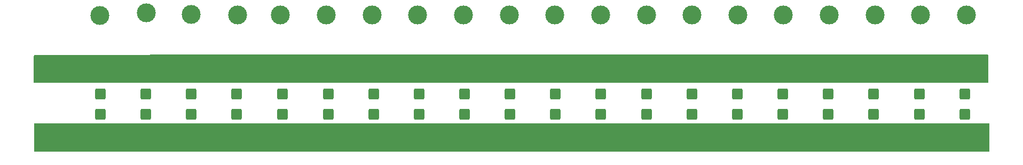
<source format=gbr>
%TF.GenerationSoftware,KiCad,Pcbnew,9.0.3*%
%TF.CreationDate,2025-07-15T09:49:43+03:00*%
%TF.ProjectId,switches_board,73776974-6368-4657-935f-626f6172642e,rev?*%
%TF.SameCoordinates,Original*%
%TF.FileFunction,Copper,L2,Bot*%
%TF.FilePolarity,Positive*%
%FSLAX46Y46*%
G04 Gerber Fmt 4.6, Leading zero omitted, Abs format (unit mm)*
G04 Created by KiCad (PCBNEW 9.0.3) date 2025-07-15 09:49:43*
%MOMM*%
%LPD*%
G01*
G04 APERTURE LIST*
G04 Aperture macros list*
%AMRoundRect*
0 Rectangle with rounded corners*
0 $1 Rounding radius*
0 $2 $3 $4 $5 $6 $7 $8 $9 X,Y pos of 4 corners*
0 Add a 4 corners polygon primitive as box body*
4,1,4,$2,$3,$4,$5,$6,$7,$8,$9,$2,$3,0*
0 Add four circle primitives for the rounded corners*
1,1,$1+$1,$2,$3*
1,1,$1+$1,$4,$5*
1,1,$1+$1,$6,$7*
1,1,$1+$1,$8,$9*
0 Add four rect primitives between the rounded corners*
20,1,$1+$1,$2,$3,$4,$5,0*
20,1,$1+$1,$4,$5,$6,$7,0*
20,1,$1+$1,$6,$7,$8,$9,0*
20,1,$1+$1,$8,$9,$2,$3,0*%
G04 Aperture macros list end*
%TA.AperFunction,ComponentPad*%
%ADD10C,3.000000*%
%TD*%
%TA.AperFunction,ComponentPad*%
%ADD11RoundRect,0.250000X-0.600000X0.600000X-0.600000X-0.600000X0.600000X-0.600000X0.600000X0.600000X0*%
%TD*%
G04 APERTURE END LIST*
D10*
%TO.P,J12,1,Pin_1*%
%TO.N,Net-(J12-Pin_1)*%
X131392000Y-87330000D03*
%TD*%
%TO.P,J15,1,Pin_1*%
%TO.N,Net-(J15-Pin_1)*%
X109636000Y-87330000D03*
%TD*%
%TO.P,J13,1,Pin_1*%
%TO.N,Net-(J13-Pin_1)*%
X124140000Y-87330000D03*
%TD*%
%TO.P,J11,1,Pin_1*%
%TO.N,Net-(J11-Pin_1)*%
X138644000Y-87330000D03*
%TD*%
%TO.P,J10,1,Pin_1*%
%TO.N,Net-(J10-Pin_1)*%
X145896000Y-87330000D03*
%TD*%
%TO.P,J17,1,Pin_1*%
%TO.N,Net-(J17-Pin_1)*%
X95132000Y-87330000D03*
%TD*%
%TO.P,J22,1,Pin_1*%
%TO.N,Net-(J22-Pin_1)*%
X59275000Y-87425000D03*
%TD*%
D11*
%TO.P,SW5,1,1*%
%TO.N,+VIN*%
X167530972Y-96690000D03*
%TO.P,SW5,2,2*%
%TO.N,Net-(J7-Pin_1)*%
X167530972Y-99890000D03*
%TO.P,SW5,3,3*%
X167530972Y-103090000D03*
%TO.P,SW5,4,4*%
%TO.N,GND*%
X167530972Y-106290000D03*
%TD*%
%TO.P,SW6,1,1*%
%TO.N,+VIN*%
X160321215Y-96690000D03*
%TO.P,SW6,2,2*%
%TO.N,Net-(J8-Pin_1)*%
X160321215Y-99890000D03*
%TO.P,SW6,3,3*%
X160321215Y-103090000D03*
%TO.P,SW6,4,4*%
%TO.N,GND*%
X160321215Y-106290000D03*
%TD*%
%TO.P,SW12,1,1*%
%TO.N,+VIN*%
X117062672Y-96690000D03*
%TO.P,SW12,2,2*%
%TO.N,Net-(J14-Pin_1)*%
X117062672Y-99890000D03*
%TO.P,SW12,3,3*%
X117062672Y-103090000D03*
%TO.P,SW12,4,4*%
%TO.N,GND*%
X117062672Y-106290000D03*
%TD*%
%TO.P,SW14,1,1*%
%TO.N,+VIN*%
X102643158Y-96690000D03*
%TO.P,SW14,2,2*%
%TO.N,Net-(J16-Pin_1)*%
X102643158Y-99890000D03*
%TO.P,SW14,3,3*%
X102643158Y-103090000D03*
%TO.P,SW14,4,4*%
%TO.N,GND*%
X102643158Y-106290000D03*
%TD*%
%TO.P,SW16,1,1*%
%TO.N,+VIN*%
X88223644Y-96690000D03*
%TO.P,SW16,2,2*%
%TO.N,Net-(J18-Pin_1)*%
X88223644Y-99890000D03*
%TO.P,SW16,3,3*%
X88223644Y-103090000D03*
%TO.P,SW16,4,4*%
%TO.N,GND*%
X88223644Y-106290000D03*
%TD*%
%TO.P,SW1,1,1*%
%TO.N,+VIN*%
X196370000Y-96690000D03*
%TO.P,SW1,2,2*%
%TO.N,Net-(J3-Pin_1)*%
X196370000Y-99890000D03*
%TO.P,SW1,3,3*%
X196370000Y-103090000D03*
%TO.P,SW1,4,4*%
%TO.N,GND*%
X196370000Y-106290000D03*
%TD*%
D10*
%TO.P,J1,1,Pin_1*%
%TO.N,+VIN*%
X51720000Y-95980000D03*
%TD*%
%TO.P,J14,1,Pin_1*%
%TO.N,Net-(J14-Pin_1)*%
X116888000Y-87330000D03*
%TD*%
%TO.P,J5,1,Pin_1*%
%TO.N,Net-(J5-Pin_1)*%
X182156000Y-87330000D03*
%TD*%
%TO.P,J7,1,Pin_1*%
%TO.N,Net-(J7-Pin_1)*%
X167652000Y-87330000D03*
%TD*%
D11*
%TO.P,SW4,1,1*%
%TO.N,+VIN*%
X174740729Y-96690000D03*
%TO.P,SW4,2,2*%
%TO.N,Net-(J6-Pin_1)*%
X174740729Y-99890000D03*
%TO.P,SW4,3,3*%
X174740729Y-103090000D03*
%TO.P,SW4,4,4*%
%TO.N,GND*%
X174740729Y-106290000D03*
%TD*%
%TO.P,SW8,1,1*%
%TO.N,+VIN*%
X145901701Y-96690000D03*
%TO.P,SW8,2,2*%
%TO.N,Net-(J10-Pin_1)*%
X145901701Y-99890000D03*
%TO.P,SW8,3,3*%
X145901701Y-103090000D03*
%TO.P,SW8,4,4*%
%TO.N,GND*%
X145901701Y-106290000D03*
%TD*%
D10*
%TO.P,J18,1,Pin_1*%
%TO.N,Net-(J18-Pin_1)*%
X87880000Y-87330000D03*
%TD*%
D11*
%TO.P,SW2,1,1*%
%TO.N,+VIN*%
X189160243Y-96690000D03*
%TO.P,SW2,2,2*%
%TO.N,Net-(J4-Pin_1)*%
X189160243Y-99890000D03*
%TO.P,SW2,3,3*%
X189160243Y-103090000D03*
%TO.P,SW2,4,4*%
%TO.N,GND*%
X189160243Y-106290000D03*
%TD*%
D10*
%TO.P,J20,1,Pin_1*%
%TO.N,Net-(J20-Pin_1)*%
X73750000Y-87275000D03*
%TD*%
D11*
%TO.P,SW10,1,1*%
%TO.N,+VIN*%
X131482186Y-96690000D03*
%TO.P,SW10,2,2*%
%TO.N,Net-(J12-Pin_1)*%
X131482186Y-99890000D03*
%TO.P,SW10,3,3*%
X131482186Y-103090000D03*
%TO.P,SW10,4,4*%
%TO.N,GND*%
X131482186Y-106290000D03*
%TD*%
D10*
%TO.P,J6,1,Pin_1*%
%TO.N,Net-(J6-Pin_1)*%
X174904000Y-87330000D03*
%TD*%
%TO.P,J2,1,Pin_1*%
%TO.N,GND*%
X51960000Y-106570000D03*
%TD*%
D11*
%TO.P,SW11,1,1*%
%TO.N,+VIN*%
X124272429Y-96690000D03*
%TO.P,SW11,2,2*%
%TO.N,Net-(J13-Pin_1)*%
X124272429Y-99890000D03*
%TO.P,SW11,3,3*%
X124272429Y-103090000D03*
%TO.P,SW11,4,4*%
%TO.N,GND*%
X124272429Y-106290000D03*
%TD*%
%TO.P,SW3,1,1*%
%TO.N,+VIN*%
X181950486Y-96690000D03*
%TO.P,SW3,2,2*%
%TO.N,Net-(J5-Pin_1)*%
X181950486Y-99890000D03*
%TO.P,SW3,3,3*%
X181950486Y-103090000D03*
%TO.P,SW3,4,4*%
%TO.N,GND*%
X181950486Y-106290000D03*
%TD*%
D10*
%TO.P,J21,1,Pin_1*%
%TO.N,Net-(J21-Pin_1)*%
X66575000Y-87075000D03*
%TD*%
D11*
%TO.P,SW13,1,1*%
%TO.N,+VIN*%
X109852915Y-96690000D03*
%TO.P,SW13,2,2*%
%TO.N,Net-(J15-Pin_1)*%
X109852915Y-99890000D03*
%TO.P,SW13,3,3*%
X109852915Y-103090000D03*
%TO.P,SW13,4,4*%
%TO.N,GND*%
X109852915Y-106290000D03*
%TD*%
%TO.P,SW7,1,1*%
%TO.N,+VIN*%
X153111458Y-96690000D03*
%TO.P,SW7,2,2*%
%TO.N,Net-(J9-Pin_1)*%
X153111458Y-99890000D03*
%TO.P,SW7,3,3*%
X153111458Y-103090000D03*
%TO.P,SW7,4,4*%
%TO.N,GND*%
X153111458Y-106290000D03*
%TD*%
D10*
%TO.P,J19,1,Pin_1*%
%TO.N,Net-(J19-Pin_1)*%
X81110000Y-87330000D03*
%TD*%
%TO.P,J9,1,Pin_1*%
%TO.N,Net-(J9-Pin_1)*%
X153148000Y-87330000D03*
%TD*%
D11*
%TO.P,SW19,1,1*%
%TO.N,+VIN*%
X66530000Y-96680000D03*
%TO.P,SW19,2,2*%
%TO.N,Net-(J21-Pin_1)*%
X66530000Y-99880000D03*
%TO.P,SW19,3,3*%
X66530000Y-103080000D03*
%TO.P,SW19,4,4*%
%TO.N,GND*%
X66530000Y-106280000D03*
%TD*%
%TO.P,SW18,1,1*%
%TO.N,+VIN*%
X73740000Y-96680000D03*
%TO.P,SW18,2,2*%
%TO.N,Net-(J20-Pin_1)*%
X73740000Y-99880000D03*
%TO.P,SW18,3,3*%
X73740000Y-103080000D03*
%TO.P,SW18,4,4*%
%TO.N,GND*%
X73740000Y-106280000D03*
%TD*%
D10*
%TO.P,J8,1,Pin_1*%
%TO.N,Net-(J8-Pin_1)*%
X160400000Y-87330000D03*
%TD*%
%TO.P,J16,1,Pin_1*%
%TO.N,Net-(J16-Pin_1)*%
X102384000Y-87330000D03*
%TD*%
D11*
%TO.P,SW15,1,1*%
%TO.N,+VIN*%
X95433401Y-96690000D03*
%TO.P,SW15,2,2*%
%TO.N,Net-(J17-Pin_1)*%
X95433401Y-99890000D03*
%TO.P,SW15,3,3*%
X95433401Y-103090000D03*
%TO.P,SW15,4,4*%
%TO.N,GND*%
X95433401Y-106290000D03*
%TD*%
%TO.P,SW17,1,1*%
%TO.N,+VIN*%
X80930000Y-96680000D03*
%TO.P,SW17,2,2*%
%TO.N,Net-(J19-Pin_1)*%
X80930000Y-99880000D03*
%TO.P,SW17,3,3*%
X80930000Y-103080000D03*
%TO.P,SW17,4,4*%
%TO.N,GND*%
X80930000Y-106280000D03*
%TD*%
%TO.P,SW20,1,1*%
%TO.N,+VIN*%
X59320000Y-96680000D03*
%TO.P,SW20,2,2*%
%TO.N,Net-(J22-Pin_1)*%
X59320000Y-99880000D03*
%TO.P,SW20,3,3*%
X59320000Y-103080000D03*
%TO.P,SW20,4,4*%
%TO.N,GND*%
X59320000Y-106280000D03*
%TD*%
D10*
%TO.P,J3,1,Pin_1*%
%TO.N,Net-(J3-Pin_1)*%
X196660000Y-87330000D03*
%TD*%
D11*
%TO.P,SW9,1,1*%
%TO.N,+VIN*%
X138691943Y-96690000D03*
%TO.P,SW9,2,2*%
%TO.N,Net-(J11-Pin_1)*%
X138691943Y-99890000D03*
%TO.P,SW9,3,3*%
X138691943Y-103090000D03*
%TO.P,SW9,4,4*%
%TO.N,GND*%
X138691943Y-106290000D03*
%TD*%
D10*
%TO.P,J4,1,Pin_1*%
%TO.N,Net-(J4-Pin_1)*%
X189408000Y-87330000D03*
%TD*%
%TA.AperFunction,Conductor*%
%TO.N,GND*%
G36*
X200195718Y-104548258D02*
G01*
X200262753Y-104567954D01*
X200308499Y-104620765D01*
X200319696Y-104672258D01*
X200319696Y-108914279D01*
X200300011Y-108981318D01*
X200247207Y-109027073D01*
X200195696Y-109038279D01*
X48943696Y-109038279D01*
X48876657Y-109018594D01*
X48830902Y-108965790D01*
X48819696Y-108914279D01*
X48819696Y-104647231D01*
X48839381Y-104580192D01*
X48892185Y-104534437D01*
X48943714Y-104523231D01*
X200195718Y-104548258D01*
G37*
%TD.AperFunction*%
%TD*%
%TA.AperFunction,Conductor*%
%TO.N,+VIN*%
G36*
X199996045Y-93649956D02*
G01*
X200063076Y-93669664D01*
X200108812Y-93722484D01*
X200120000Y-93773956D01*
X200120000Y-98016000D01*
X200100315Y-98083039D01*
X200047511Y-98128794D01*
X199996000Y-98140000D01*
X48894000Y-98140000D01*
X48826961Y-98120315D01*
X48781206Y-98067511D01*
X48770000Y-98016000D01*
X48770000Y-93855525D01*
X48789685Y-93788486D01*
X48842489Y-93742731D01*
X48893581Y-93731526D01*
X85229729Y-93610000D01*
X85230124Y-93610000D01*
X199996045Y-93649956D01*
G37*
%TD.AperFunction*%
%TD*%
M02*

</source>
